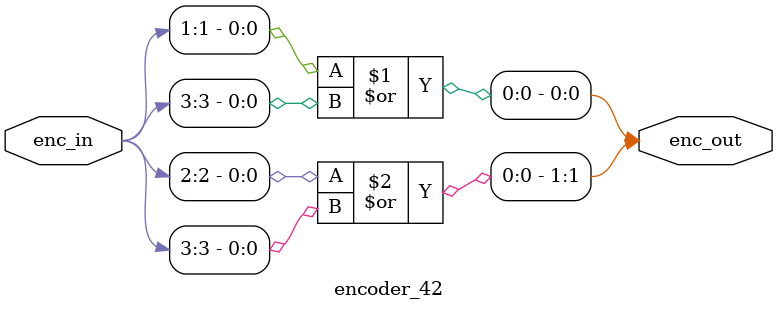
<source format=v>
`timescale 1ns / 1ps

module encoder_42(
    input [3:0] enc_in,
    output [1:0] enc_out
    );

    assign enc_out[0] = enc_in[1] | enc_in[3];
    assign enc_out[1] = enc_in[2] | enc_in[3];
endmodule

</source>
